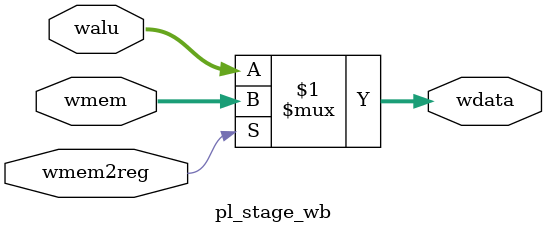
<source format=sv>
module pl_stage_exe #(parameter DATA_WIDTH = 64)(
    input  wire [DATA_WIDTH-1:0] ea,
    input  wire [DATA_WIDTH-1:0] eb,
    input  wire [DATA_WIDTH-1:0] epc4,
    input  wire [4:0]            ealuc,
    input  wire                  ecall,
    output wire [DATA_WIDTH-1:0] eal
);
    // ALU implementation with important operations
    reg [DATA_WIDTH-1:0] ealu;
    always @(*) begin
        case (ealuc)
            5'b00000: ealu = ea + eb;                        // ADD
            5'b00001: ealu = ea - eb;                        // SUB
            5'b00010: ealu = ea & eb;                        // AND
            5'b00011: ealu = ea | eb;                        // OR
            5'b00100: ealu = ea ^ eb;                        // XOR
            5'b00101: ealu = ~(ea | eb);                     // NOR
            5'b00110: ealu = ~(ea & eb);                     // NAND
            5'b00111: ealu = ea << eb[4:0];                  // Logical shift left
            5'b01000: ealu = ea >> eb[4:0];                  // Logical shift right
            5'b01001: ealu = $signed(ea) >>> eb[4:0];        // Arithmetic shift right
            5'b01010: ealu = ($signed(ea) < $signed(eb)) ? 1 : 0; // Set less than (signed)
            5'b01011: ealu = (ea < eb) ? 1 : 0;              // Set less than (unsigned)
            5'b01100: ealu = ea;                             // Pass-through A
            5'b01101: ealu = eb;                             // Pass-through B
            5'b01110: ealu = ~ea;                            // Bitwise NOT A
            5'b01111: ealu = (ea == eb) ? 1 : 0;             // Equality test
            5'b10000: ealu = (ea != eb) ? 1 : 0;             // Inequality test
            5'b10001: ealu = ea + 1;                         // Increment A
            5'b10010: ealu = ea - 1;                         // Decrement A
            default:  ealu = {DATA_WIDTH{1'b0}};
        endcase
    end

    // 2-to-1 mux for ecall
    assign eal = ecall ? epc4 : ealu;

endmodule

module stage_id_stall #(parameter ADDR_WIDTH = 64, REG_NUM = 32) (
    input  wire                       is_load,
    input  wire                       has_rs1,
    input  wire                       has_rs2,
    input  wire                       has_rs3,    
    input  wire [$clog2(REG_NUM)-1:0] rs1_addr,
    input  wire [$clog2(REG_NUM)-1:0] rs2_addr,
    input  wire [$clog2(REG_NUM)-1:0] rs3_addr,
    input  wire [$clog2(REG_NUM)-1:0] load_rd,
    output wire                       stall 
);
    assign stall = is_load &&   ((has_rs1 && (rs1_addr == load_rd)) 
                              || (has_rs2 && (rs2_addr == load_rd)) 
                              || (has_rs3 && (rs3_addr == load_rd)));
endmodule

module stage_id #(parameter ADDR_WIDTH = 64, INST_WIDTH = 32, REG_NUM = 32) (
    input  wire                           clk,
    input  wire                           reset,
    input  wire                           interrupt,
    input  wire                           stall,
    input  wire                           w_en,
    input  wire                           w_en_gpu,
    input  wire                           has_imm,
    input  wire                           has_rs1,
    input  wire                           has_rs2,
    input  wire                           has_rs3,
    input  wire [1:0]                     imm_type,
    input  wire [ADDR_WIDTH-1:0]          pc4,
    input  wire [ADDR_WIDTH-1:0]          pc,
    input  wire [ADDR_WIDTH-1:0]          w_result,
    input  wire [ADDR_WIDTH-1:0]          w_result_gpu,
    input  wire [ADDR_WIDTH-1:0]          ex_pro,
    input  wire [ADDR_WIDTH-1:0]          mm_pro,
    input  wire [ADDR_WIDTH-1:0]          mm_mem,
    input  wire [INST_WIDTH-1:0]          inst_word,
    input  wire [$clog2(REG_NUM)-1:0]     load_rd,
    input  wire                           is_load,
    input  wire [$clog2(REG_NUM)-1:0]     w_rd,
    input  wire [$clog2(REG_NUM)-1:0]     w_rd_gpu,
    input  wire [$clog2(REG_NUM)-1:0]     rs_gpu,
    input  wire [$clog2(REG_NUM)-1:0]     ex_pro_rs,
    input  wire [$clog2(REG_NUM)-1:0]     mm_pro_rs,
    input  wire [$clog2(REG_NUM)-1:0]     mm_mem_rs,
    output wire                           is_equal,
    output wire [ADDR_WIDTH-1:0]          read_out_gpu,
    output wire [ADDR_WIDTH-1:0]          read_out_a,
    output wire [ADDR_WIDTH-1:0]          read_out_b,
    output wire [ADDR_WIDTH-1:0]          bra_addr,
    output wire [ADDR_WIDTH-1:0]          jal_addr,
    output wire [ADDR_WIDTH-1:0]          jar_addr
);

    wire                  inst_buffer_empty;
    wire                  inst_buffer_full;
    wire                  load_stall;
    wire                  reg_stall;
    wire [ADDR_WIDTH-1:0] d_pc;
    wire [ADDR_WIDTH-1:0] d_pc4;
    wire [ADDR_WIDTH-1:0] a_out;
    wire [ADDR_WIDTH-1:0] b_out_options [0:1];
    wire [ADDR_WIDTH-1:0] a_file_out;
    wire [ADDR_WIDTH-1:0] b_file_out;
    wire [INST_WIDTH-1:0] d_inst;
    // wire [INST_WIDTH-1:0] d_inst_next;

    // M1: Push PC selector back to stage_if

    equ rs_equality (.data_a(a_out),
                     .data_b(b_out_options[0]),
                     .is_equal(is_equal)
                    );
    
    branch_calc branch_addrs (.pc(pc),
                              .inst(d_inst),
                              .data_a(a_out),
                              .bra_addr(bra_addr),
                              .jal_addr(jal_addr),
                              .jalr_addr(jar_addr)
                             );

    // M2: Have register IF to ID for pipeline stage
    // Stall if load-stall register from execute has register being read

    // TODO: Maybe update stage_id_stall to check opcode if it's reading registers
    // Change rs1 and rs2 to read_addr_a and read_addr_b for consistency with register banks
    // NOTE: If d_inst_next is reset value ('0), loading to register 0 (which shouldn't happen anyway)
    // will send stall for one cycle
    stage_id_stall load_stall_check (.load_rd(load_rd),
                                     .is_load(is_load),
                                     .rs1_addr(d_inst[19:15]),
                                     .rs2_addr(d_inst[24:20]),
                                     .rs3_addr(d_inst[31:27]),
                                     .has_rs1(has_rs1),
                                     .has_rs2(has_rs2),
                                     .has_rs3(has_rs3),
                                     .stall(load_stall)
                                    );

    assign reg_stall = stall | load_stall;

    // TODO: Convert into FIFO module to use same structure across buffers
    reg_if_to_id stage2 (.clk(clk),
                     .reset(reset),
                     .stall(reg_stall),
                     .pc4(pc4),
                     .pc(pc),
                     .inst(inst_word),
                     .inst_buffer_empty(inst_buffer_empty),
                     .inst_buffer_full(inst_buffer_full),
                     .d_pc(d_pc),
                     .d_pc4(d_pc4),
                     .d_inst(d_inst)
                     // .d_inst_next(d_inst_next)
                    );


    // M3: Decode instruction, including operand forwarding

    register_bank_list register_file (.clk(clk),
                                      .reset(reset),
                                      .interrupt(interrupt),
                                      .write_addr_cpu(w_rd),
                                      .write_addr_gpu(w_rd_gpu),
                                      .data_in_cpu(w_result),
                                      .data_in_gpu(w_result_gpu),
                                      .write_en_cpu(w_en),
                                      .write_en_gpu(w_en_gpu),
                                      .read_addr_a(d_inst[19:15]),
                                      .read_addr_b(d_inst[24:20]),
                                      .read_addr_gpu(rs_gpu),
                                      .data_out_a(a_file_out),
                                      .data_out_b(b_file_out),
                                      .data_out_gpu(read_out_gpu)
                                     );
    
    bypass_mux a_bypass (.file_out(a_file_out),
                             .ex_pro(ex_pro),
                             .mm_pro(mm_pro),
                             .mm_mem(mm_mem),
                             .file_out_rs(d_inst[19:15]),
                             .ex_pro_rs(ex_pro_rs),
                             .mm_pro_rs(mm_pro_rs),
                             .mm_mem_rs(mm_mem_rs),
                             .bypass_out(a_out)
                             );
    
    bypass_mux b_bypass (.file_out(b_file_out),
                             .ex_pro(ex_pro),
                             .mm_pro(mm_pro),
                             .mm_mem(mm_mem),
                             .file_out_rs(d_inst[24:20]),
                             .ex_pro_rs(ex_pro_rs),
                             .mm_pro_rs(mm_pro_rs),
                             .mm_mem_rs(mm_mem_rs),
                             .bypass_out(b_out_options[0])
                             );

    imme gen_imme (.inst(d_inst),
                   .imm_type(imm_type),
                   .imm(b_out_options[1])
                  );
    
    mux_n #(.INPUT_NUM(2)) b_mux (.data_in(b_out_options),
                                  .sel(has_imm),
                                  .data_out(read_out_b)
                                 );

    assign read_out_a = a_out;
endmodule

module stage_if  #(parameter ADDR_WIDTH = 64, INST_WIDTH = 32, PC_TYPE_NUM = 4)(
    input  wire                           clk,
    input  wire                           reset,
    input  wire                           stall,
    input  wire                           inst_w_en,
    input  wire [INST_WIDTH-1:0]          inst_w_in,
    input  wire [$clog2(PC_TYPE_NUM)-1:0] pc_sel, // Selector for PC: 0 = Plus4, 1 = Branch, 2 = Jump, 3 = Jump Register
    input  wire [ADDR_WIDTH-1:0]          bra_addr,
    input  wire [ADDR_WIDTH-1:0]          jal_addr,
    input  wire [ADDR_WIDTH-1:0]          jar_addr,
    output wire [ADDR_WIDTH-1:0]          pc,
    output wire [ADDR_WIDTH-1:0]          pc4,
    output wire [INST_WIDTH-1:0]          inst_word,
    output wire                           inst_valid,
    output wire                           inst_buffer_empty,
    output wire                           inst_buffer_full
);

    wire [ADDR_WIDTH-1:0] pc_next;
    wire [ADDR_WIDTH-1:0] pc_curr;
    wire [ADDR_WIDTH-1:0] pc_next_options [0:PC_TYPE_NUM-1];

    assign pc_next_options[0] = pc_curr + 4;
    assign pc_next_options[1] = bra_addr;
    assign pc_next_options[2] = jal_addr;
    assign pc_next_options[3] = jar_addr;

    // M1: Compute next PC based on pc_sel and curr_pc
    mux_n M1 (.data_in(pc_next_options), 
              .sel(pc_sel),
              .data_out(pc_next)
             );

    // M2: Register slice to store PC
    // PC returns as output for M1 to take as input
    reg_if M2 (.clk(clk),
               .reset(reset),
               .stall(stall),
               .pc_next(pc_next),
               .pc_reg(pc_curr)
              );

    // M3: Conditional instruction fetch from instruction memory
    // pc_curr bits split between X and Y arbitrarily, first two bits ignored due to address incrementing by 4
    memory_instruction instruction_memory (.Clock(clk),
                           .WriteEnable(inst_w_en),
                           .X_addr(pc_curr[5:2]),
                           .Y_addr(pc_curr[9:6]),
                           .Data_in(inst_w_in),
                           .Data_out(inst_word)
                          );

    assign inst_valid = (pc_sel == 2'b00);
    assign pc = pc_curr;
    assign pc4 = pc_next_options[0];
endmodule

module mm_stage #(
    parameter DATA_WIDTH = 64,
    parameter ADDR_WIDTH = 64
)(
    input wire clk,
    input wire rst_n,

    // Inputs from EX/MEM pipeline register
    input wire [DATA_WIDTH-1:0] ex_mem_alu_result,
    input wire [DATA_WIDTH-1:0] ex_mem_write_data,
    input wire [4:0] ex_mem_rd,
    input wire ex_mem_mem_read,
    input wire ex_mem_mem_write,
    input wire ex_mem_reg_write,

    // Memory interface
    output reg [ADDR_WIDTH-1:0] mem_addr,
    output reg [DATA_WIDTH-1:0] mem_write_data,
    output reg mem_read,
    output reg mem_write,
    input wire [DATA_WIDTH-1:0] mem_read_data,

    // Outputs to MEM/WB pipeline register
    output reg [DATA_WIDTH-1:0] mem_wb_mem_data,
    output reg [DATA_WIDTH-1:0] mem_wb_alu_result,
    output reg [4:0] mem_wb_rd,
    output reg mem_wb_reg_write
);

always @(posedge clk or negedge rst_n) begin
    if (rst_n) begin
        mem_addr         <= 0;
        mem_write_data   <= 0;
        mem_read         <= 0;
        mem_write        <= 0;
        mem_wb_mem_data  <= 0;
        mem_wb_alu_result<= 0;
        mem_wb_rd        <= 0;
        mem_wb_reg_write <= 0;
    end else begin
        // Set up memory access
        mem_addr       <= ex_mem_alu_result;
        mem_write_data <= ex_mem_write_data;
        mem_read       <= ex_mem_mem_read;
        mem_write      <= ex_mem_mem_write;

        // Pass ALU result forward for instructions that don't access memory
        mem_wb_alu_result <= ex_mem_alu_result;
        mem_wb_rd         <= ex_mem_rd;
        mem_wb_reg_write  <= ex_mem_reg_write;

        // For load instructions, capture memory data
        if (ex_mem_mem_read)
            mem_wb_mem_data <= mem_read_data;
        else
            mem_wb_mem_data <= 0;
    end
end

endmodule

module pl_stage_wb #(parameter DATA_WIDTH = 64)(
    input  wire [DATA_WIDTH-1:0] walu,
    input  wire [DATA_WIDTH-1:0] wmem,
    input  wire                  wmem2reg,
    output wire [DATA_WIDTH-1:0] wdata
);
    // 2-to-1 mux for write-back data selection
    assign wdata = wmem2reg ? wmem : walu;

endmodule
</source>
